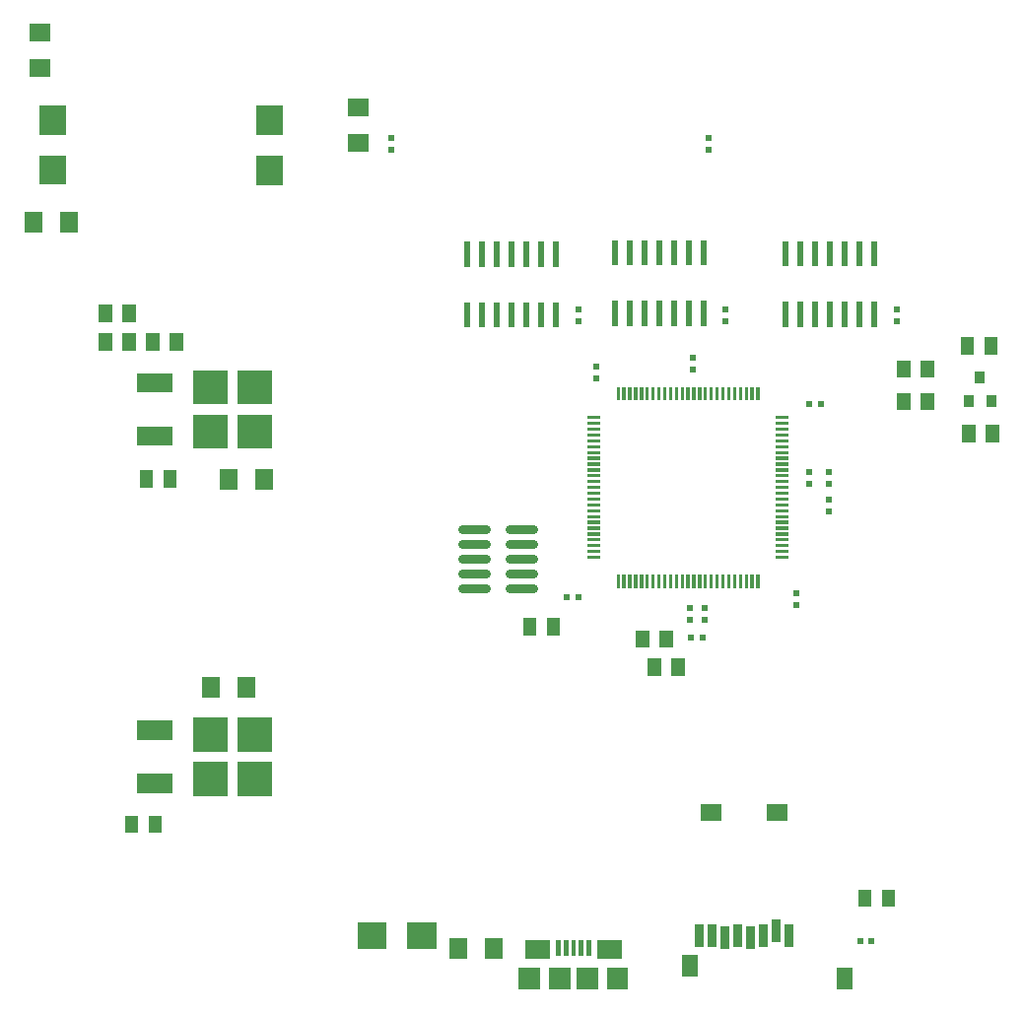
<source format=gtp>
G04 start of page 15 for group -4015 idx -4015 *
G04 Title: (unknown), toppaste *
G04 Creator: pcb 20140316 *
G04 CreationDate: Tue 25 Nov 2014 09:21:31 GMT UTC *
G04 For: michael *
G04 Format: Gerber/RS-274X *
G04 PCB-Dimensions (mil): 3930.00 3937.00 *
G04 PCB-Coordinate-Origin: lower left *
%MOIN*%
%FSLAX25Y25*%
%LNTOPPASTE*%
%ADD197R,0.0551X0.0551*%
%ADD196R,0.0315X0.0315*%
%ADD195R,0.0650X0.0650*%
%ADD194R,0.0110X0.0110*%
%ADD193R,0.0600X0.0600*%
%ADD192R,0.0906X0.0906*%
%ADD191C,0.0290*%
%ADD190R,0.0709X0.0709*%
%ADD189R,0.0630X0.0630*%
%ADD188R,0.0158X0.0158*%
%ADD187R,0.0450X0.0450*%
%ADD186C,0.0001*%
%ADD185R,0.0200X0.0200*%
%ADD184R,0.0340X0.0340*%
G54D184*X328809Y201809D02*Y201209D01*
X336609Y201809D02*Y201209D01*
X332709Y210009D02*Y209409D01*
G54D185*X239300Y254950D02*Y248450D01*
X234300Y254950D02*Y248450D01*
X229300Y254950D02*Y248450D01*
X224300Y254950D02*Y248450D01*
X219300Y254950D02*Y248450D01*
X214300Y254950D02*Y248450D01*
X209300Y254950D02*Y248450D01*
Y234450D02*Y227950D01*
X214300Y234450D02*Y227950D01*
X219300Y234450D02*Y227950D01*
X224300Y234450D02*Y227950D01*
X229300Y234450D02*Y227950D01*
X234300Y234450D02*Y227950D01*
X239300Y234450D02*Y227950D01*
G54D186*G36*
X295078Y19785D02*Y17816D01*
X297047D01*
Y19785D01*
X295078D01*
G37*
G36*
X291141D02*Y17816D01*
X293110D01*
Y19785D01*
X291141D01*
G37*
G54D185*X297000Y254700D02*Y248200D01*
X292000Y254700D02*Y248200D01*
X287000Y254700D02*Y248200D01*
X282000Y254700D02*Y248200D01*
X277000Y254700D02*Y248200D01*
X272000Y254700D02*Y248200D01*
X267000Y254700D02*Y248200D01*
Y234200D02*Y227700D01*
X272000Y234200D02*Y227700D01*
X277000Y234200D02*Y227700D01*
X282000Y234200D02*Y227700D01*
X287000Y234200D02*Y227700D01*
X292000Y234200D02*Y227700D01*
X297000Y234200D02*Y227700D01*
X189200Y254550D02*Y248050D01*
X184200Y254550D02*Y248050D01*
X179200Y254550D02*Y248050D01*
X174200Y254550D02*Y248050D01*
X169200Y254550D02*Y248050D01*
X164200Y254550D02*Y248050D01*
X159200Y254550D02*Y248050D01*
Y234050D02*Y227550D01*
X164200Y234050D02*Y227550D01*
X169200Y234050D02*Y227550D01*
X174200Y234050D02*Y227550D01*
X179200Y234050D02*Y227550D01*
X184200Y234050D02*Y227550D01*
X189200Y234050D02*Y227550D01*
G54D187*X222641Y112378D02*Y110978D01*
X230641Y112378D02*Y110978D01*
G54D188*X195225Y18602D02*Y14862D01*
X200343Y18602D02*Y14862D01*
X190107Y18602D02*Y14862D01*
X197784Y18602D02*Y14862D01*
X192666Y18602D02*Y14862D01*
G54D189*X182036Y16240D02*X184004D01*
X206445D02*X208414D01*
G54D190*X180264Y6397D02*Y6003D01*
G54D186*G36*
X186760Y9940D02*Y2460D01*
X194240D01*
Y9940D01*
X186760D01*
G37*
G36*
X196209D02*Y2460D01*
X203689D01*
Y9940D01*
X196209D01*
G37*
G54D190*X210185Y6397D02*Y6003D01*
G54D187*X218600Y121800D02*Y120400D01*
X226600Y121800D02*Y120400D01*
G54D191*X173578Y138391D02*X181678D01*
X173578Y143391D02*X181678D01*
X173578Y148391D02*X181678D01*
X173578Y153391D02*X181678D01*
X173578Y158391D02*X181678D01*
X157578Y138391D02*X165678D01*
X157578Y143391D02*X165678D01*
X157578Y148391D02*X165678D01*
X157578Y153391D02*X165678D01*
X157578Y158391D02*X165678D01*
G54D187*X180500Y125900D02*Y124500D01*
X188500Y125900D02*Y124500D01*
G54D186*G36*
X192016Y136184D02*Y134215D01*
X193985D01*
Y136184D01*
X192016D01*
G37*
G36*
X195953D02*Y134215D01*
X197922D01*
Y136184D01*
X195953D01*
G37*
G36*
X237952Y122685D02*Y120716D01*
X239921D01*
Y122685D01*
X237952D01*
G37*
G36*
X234015D02*Y120716D01*
X235984D01*
Y122685D01*
X234015D01*
G37*
G36*
X238721Y128698D02*Y126729D01*
X240690D01*
Y128698D01*
X238721D01*
G37*
G36*
Y132635D02*Y130666D01*
X240690D01*
Y132635D01*
X238721D01*
G37*
G36*
X278015Y201685D02*Y199716D01*
X279984D01*
Y201685D01*
X278015D01*
G37*
G36*
X274078D02*Y199716D01*
X276047D01*
Y201685D01*
X274078D01*
G37*
G36*
X196015Y233621D02*Y231652D01*
X197984D01*
Y233621D01*
X196015D01*
G37*
G36*
Y229684D02*Y227715D01*
X197984D01*
Y229684D01*
X196015D01*
G37*
G36*
X303515Y233621D02*Y231652D01*
X305484D01*
Y233621D01*
X303515D01*
G37*
G36*
Y229684D02*Y227715D01*
X305484D01*
Y229684D01*
X303515D01*
G37*
G36*
X234515Y217121D02*Y215152D01*
X236484D01*
Y217121D01*
X234515D01*
G37*
G36*
Y213184D02*Y211215D01*
X236484D01*
Y213184D01*
X234515D01*
G37*
G36*
X233579Y128748D02*Y126779D01*
X235548D01*
Y128748D01*
X233579D01*
G37*
G36*
Y132685D02*Y130716D01*
X235548D01*
Y132685D01*
X233579D01*
G37*
G36*
X245515Y233621D02*Y231652D01*
X247484D01*
Y233621D01*
X245515D01*
G37*
G36*
Y229684D02*Y227715D01*
X247484D01*
Y229684D01*
X245515D01*
G37*
G36*
X202015Y214184D02*Y212215D01*
X203984D01*
Y214184D01*
X202015D01*
G37*
G36*
Y210247D02*Y208278D01*
X203984D01*
Y210247D01*
X202015D01*
G37*
G36*
X269516Y133748D02*Y131779D01*
X271485D01*
Y133748D01*
X269516D01*
G37*
G36*
Y137685D02*Y135716D01*
X271485D01*
Y137685D01*
X269516D01*
G37*
G54D192*X19000Y280164D02*Y279377D01*
Y297093D02*Y296306D01*
G54D193*X14100Y326300D02*X15100D01*
X14100Y314300D02*X15100D01*
G54D192*X92500Y280094D02*Y279307D01*
Y297023D02*Y296236D01*
G54D193*X168400Y16900D02*Y15900D01*
X156400Y16900D02*Y15900D01*
G54D192*X126677Y20700D02*X127464D01*
X143606D02*X144393D01*
G54D187*X314900Y202100D02*Y200700D01*
X306900Y202100D02*Y200700D01*
X314859Y213122D02*Y211722D01*
X306859Y213122D02*Y211722D01*
G54D186*G36*
X280515Y178621D02*Y176652D01*
X282484D01*
Y178621D01*
X280515D01*
G37*
G36*
Y174684D02*Y172715D01*
X282484D01*
Y174684D01*
X280515D01*
G37*
G36*
X274015Y178684D02*Y176715D01*
X275984D01*
Y178684D01*
X274015D01*
G37*
G36*
Y174747D02*Y172778D01*
X275984D01*
Y174747D01*
X274015D01*
G37*
G36*
X280516Y165248D02*Y163279D01*
X282485D01*
Y165248D01*
X280516D01*
G37*
G36*
Y169185D02*Y167216D01*
X282485D01*
Y169185D01*
X280516D01*
G37*
G54D194*X200453Y196017D02*X203843D01*
X200453Y194049D02*X203843D01*
X200453Y192080D02*X203843D01*
X200453Y190112D02*X203843D01*
X200453Y188143D02*X203843D01*
X200453Y186175D02*X203843D01*
X200453Y184206D02*X203843D01*
X200453Y182238D02*X203843D01*
X200453Y180269D02*X203843D01*
X200453Y178301D02*X203843D01*
X200453Y176332D02*X203843D01*
X200453Y174364D02*X203843D01*
X200453Y172395D02*X203843D01*
X200453Y170427D02*X203843D01*
X200453Y168458D02*X203843D01*
X200453Y166490D02*X203843D01*
X200453Y164521D02*X203843D01*
X200453Y162553D02*X203843D01*
X200453Y160584D02*X203843D01*
X200453Y158616D02*X203843D01*
X200453Y156647D02*X203843D01*
X200453Y154679D02*X203843D01*
X200453Y152710D02*X203843D01*
X200453Y150742D02*X203843D01*
X200453Y148773D02*X203843D01*
X210331Y142285D02*Y138895D01*
X212299Y142285D02*Y138895D01*
X214268Y142285D02*Y138895D01*
X216236Y142285D02*Y138895D01*
X218205Y142285D02*Y138895D01*
X220173Y142285D02*Y138895D01*
X222142Y142285D02*Y138895D01*
X224110Y142285D02*Y138895D01*
X226079Y142285D02*Y138895D01*
X228047Y142285D02*Y138895D01*
X230016Y142285D02*Y138895D01*
X231984Y142285D02*Y138895D01*
X233953Y142285D02*Y138895D01*
X235921Y142285D02*Y138895D01*
X237890Y142285D02*Y138895D01*
X239858Y142285D02*Y138895D01*
X241827Y142285D02*Y138895D01*
X243795Y142285D02*Y138895D01*
X245764Y142285D02*Y138895D01*
X247732Y142285D02*Y138895D01*
X249701Y142285D02*Y138895D01*
X251669Y142285D02*Y138895D01*
X253638Y142285D02*Y138895D01*
X255606Y142285D02*Y138895D01*
X257575Y142285D02*Y138895D01*
X264063Y148773D02*X267453D01*
X264063Y150741D02*X267453D01*
X264063Y152710D02*X267453D01*
X264063Y154678D02*X267453D01*
X264063Y156647D02*X267453D01*
X264063Y158615D02*X267453D01*
X264063Y160584D02*X267453D01*
X264063Y162552D02*X267453D01*
X264063Y164521D02*X267453D01*
X264063Y166489D02*X267453D01*
X264063Y168458D02*X267453D01*
X264063Y170426D02*X267453D01*
X264063Y172395D02*X267453D01*
X264063Y174363D02*X267453D01*
X264063Y176332D02*X267453D01*
X264063Y178300D02*X267453D01*
X264063Y180269D02*X267453D01*
X264063Y182237D02*X267453D01*
X264063Y184206D02*X267453D01*
X264063Y186174D02*X267453D01*
X264063Y188143D02*X267453D01*
X264063Y190111D02*X267453D01*
X264063Y192080D02*X267453D01*
X264063Y194048D02*X267453D01*
X264063Y196017D02*X267453D01*
X257575Y205895D02*Y202505D01*
X255607Y205895D02*Y202505D01*
X253638Y205895D02*Y202505D01*
X251670Y205895D02*Y202505D01*
X249701Y205895D02*Y202505D01*
X247733Y205895D02*Y202505D01*
X245764Y205895D02*Y202505D01*
X243796Y205895D02*Y202505D01*
X241827Y205895D02*Y202505D01*
X239859Y205895D02*Y202505D01*
X237890Y205895D02*Y202505D01*
X235922Y205895D02*Y202505D01*
X233953Y205895D02*Y202505D01*
X231985Y205895D02*Y202505D01*
X230016Y205895D02*Y202505D01*
X228048Y205895D02*Y202505D01*
X226079Y205895D02*Y202505D01*
X224111Y205895D02*Y202505D01*
X222142Y205895D02*Y202505D01*
X220174Y205895D02*Y202505D01*
X218205Y205895D02*Y202505D01*
X216237Y205895D02*Y202505D01*
X214268Y205895D02*Y202505D01*
X212300Y205895D02*Y202505D01*
X210331Y205895D02*Y202505D01*
G54D187*X301720Y34106D02*Y32706D01*
X293720Y34106D02*Y32706D01*
G54D186*G36*
X81750Y79450D02*Y67950D01*
X93250D01*
Y79450D01*
X81750D01*
G37*
G36*
Y94450D02*Y82950D01*
X93250D01*
Y94450D01*
X81750D01*
G37*
G36*
X66750Y79450D02*Y67950D01*
X78250D01*
Y79450D01*
X66750D01*
G37*
G36*
Y94450D02*Y82950D01*
X78250D01*
Y94450D01*
X66750D01*
G37*
G54D195*X51000Y72200D02*X56500D01*
X51000Y90200D02*X56500D01*
G54D187*X45706Y59180D02*Y57780D01*
X53706Y59180D02*Y57780D01*
G54D186*G36*
X81750Y196950D02*Y185450D01*
X93250D01*
Y196950D01*
X81750D01*
G37*
G36*
Y211950D02*Y200450D01*
X93250D01*
Y211950D01*
X81750D01*
G37*
G36*
X66750Y196950D02*Y185450D01*
X78250D01*
Y196950D01*
X66750D01*
G37*
G36*
Y211950D02*Y200450D01*
X78250D01*
Y211950D01*
X66750D01*
G37*
G54D195*X51000Y189700D02*X56500D01*
X51000Y207700D02*X56500D01*
G54D187*X58823Y175912D02*Y174512D01*
X50823Y175912D02*Y174512D01*
G54D196*X268055Y23101D02*Y18601D01*
X263724Y24676D02*Y20176D01*
X259394Y23101D02*Y18601D01*
X255063Y22313D02*Y17813D01*
X250732Y23101D02*Y18601D01*
X246402Y22313D02*Y17813D01*
X242071Y23101D02*Y18601D01*
X237740Y23101D02*Y18601D01*
G54D197*X234591Y11683D02*Y9715D01*
X240890Y62471D02*X242465D01*
X263331D02*X264906D01*
X286953Y7353D02*Y5384D01*
G54D187*X329000Y191400D02*Y190000D01*
X337000Y191400D02*Y190000D01*
X328500Y220900D02*Y219500D01*
X336500Y220900D02*Y219500D01*
X37000Y231900D02*Y230500D01*
X45000Y231900D02*Y230500D01*
X37000Y222400D02*Y221000D01*
X45000Y222400D02*Y221000D01*
X53000Y222400D02*Y221000D01*
X61000Y222400D02*Y221000D01*
G54D186*G36*
X132515Y291621D02*Y289652D01*
X134484D01*
Y291621D01*
X132515D01*
G37*
G36*
Y287684D02*Y285715D01*
X134484D01*
Y287684D01*
X132515D01*
G37*
G36*
X240050Y291556D02*Y289588D01*
X242020D01*
Y291556D01*
X240050D01*
G37*
G36*
Y287620D02*Y285650D01*
X242020D01*
Y287620D01*
X240050D01*
G37*
G54D193*X72500Y105200D02*Y104200D01*
X84500Y105200D02*Y104200D01*
X12500Y262700D02*Y261700D01*
X24500Y262700D02*Y261700D01*
X78500Y175700D02*Y174700D01*
X90500Y175700D02*Y174700D01*
X122000Y300900D02*X123000D01*
X122000Y288900D02*X123000D01*
M02*

</source>
